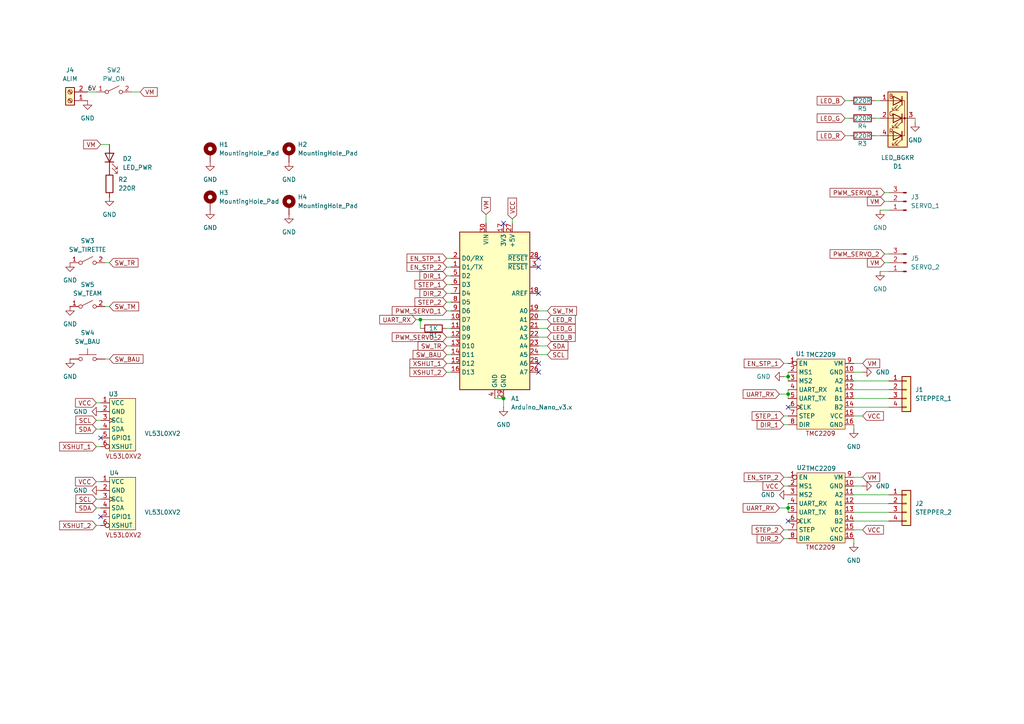
<source format=kicad_sch>
(kicad_sch (version 20250114) (generator "eeschema") (generator_version "9.0")
  (paper "A4")
  (title_block (title "Board PAMI") (date "10/03/2025") (company "Kameleon"))
  (lib_symbols
    (symbol "Connector:Conn_01x03_Pin" (pin_names (offset 1.016) (hide yes))
      (property "Reference" "J" (at 0 5.08 0))
      (property "Value" "Conn_01x03_Pin" (at 0 -5.08 0))
      (symbol "Conn_01x03_Pin_1_1"
        (rectangle (start 0.8636 2.667) (end 0 2.413) (stroke (width 0.1524)) (fill (type outline)))
        (rectangle (start 0.8636 0.127) (end 0 -0.127) (stroke (width 0.1524)) (fill (type outline)))
        (rectangle (start 0.8636 -2.413) (end 0 -2.667) (stroke (width 0.1524)) (fill (type outline)))
        (polyline (pts (xy 1.27 2.54) (xy 0.8636 2.54)) (stroke (width 0.1524)))
        (polyline (pts (xy 1.27 0) (xy 0.8636 0)) (stroke (width 0.1524)))
        (polyline (pts (xy 1.27 -2.54) (xy 0.8636 -2.54)) (stroke (width 0.1524)))
        (pin passive line (at 5.08 2.54 180) (length 3.81) (name "Pin_1") (number "1"))
        (pin passive line (at 5.08 0 180) (length 3.81) (name "Pin_2") (number "2"))
        (pin passive line (at 5.08 -2.54 180) (length 3.81) (name "Pin_3") (number "3"))
      )
    )
    (symbol "Connector:Screw_Terminal_01x02" (pin_names (offset 1.016) (hide yes))
      (property "Reference" "J" (at 0 2.54 0))
      (property "Value" "Screw_Terminal_01x02" (at 0 -5.08 0))
      (symbol "Screw_Terminal_01x02_1_1"
        (rectangle (start -1.27 1.27) (end 1.27 -3.81) (stroke (width 0.254)) (fill (type background)))
        (polyline (pts (xy -0.5334 0.3302) (xy 0.3302 -0.508)) (stroke (width 0.1524)))
        (polyline (pts (xy -0.5334 -2.2098) (xy 0.3302 -3.048)) (stroke (width 0.1524)))
        (polyline (pts (xy -0.3556 0.508) (xy 0.508 -0.3302)) (stroke (width 0.1524)))
        (polyline (pts (xy -0.3556 -2.032) (xy 0.508 -2.8702)) (stroke (width 0.1524)))
        (circle (center 0 0) (radius 0.635) (stroke (width 0.1524)))
        (circle (center 0 -2.54) (radius 0.635) (stroke (width 0.1524)))
        (pin passive line (at -5.08 0 0) (length 3.81) (name "Pin_1") (number "1"))
        (pin passive line (at -5.08 -2.54 0) (length 3.81) (name "Pin_2") (number "2"))
      )
    )
    (symbol "Connector_Generic:Conn_01x04" (pin_names (offset 1.016) (hide yes))
      (property "Reference" "J" (at 0 5.08 0))
      (property "Value" "Conn_01x04" (at 0 -7.62 0))
      (symbol "Conn_01x04_1_1"
        (rectangle (start -1.27 3.81) (end 1.27 -6.35) (stroke (width 0.254)) (fill (type background)))
        (rectangle (start -1.27 2.667) (end 0 2.413) (stroke (width 0.1524)))
        (rectangle (start -1.27 0.127) (end 0 -0.127) (stroke (width 0.1524)))
        (rectangle (start -1.27 -2.413) (end 0 -2.667) (stroke (width 0.1524)))
        (rectangle (start -1.27 -4.953) (end 0 -5.207) (stroke (width 0.1524)))
        (pin passive line (at -5.08 2.54 0) (length 3.81) (name "Pin_1") (number "1"))
        (pin passive line (at -5.08 0 0) (length 3.81) (name "Pin_2") (number "2"))
        (pin passive line (at -5.08 -2.54 0) (length 3.81) (name "Pin_3") (number "3"))
        (pin passive line (at -5.08 -5.08 0) (length 3.81) (name "Pin_4") (number "4"))
      )
    )
    (symbol "Device:LED" (pin_numbers (hide yes)) (pin_names (offset 1.016) (hide yes))
      (property "Reference" "D" (at 0 2.54 0))
      (property "Value" "LED" (at 0 -2.54 0))
      (symbol "LED_0_1"
        (polyline (pts (xy -3.048 -0.762) (xy -4.572 -2.286) (xy -3.81 -2.286) (xy -4.572 -2.286) (xy -4.572 -1.524)))
        (polyline (pts (xy -1.778 -0.762) (xy -3.302 -2.286) (xy -2.54 -2.286) (xy -3.302 -2.286) (xy -3.302 -1.524)))
        (polyline (pts (xy -1.27 0) (xy 1.27 0)))
        (polyline (pts (xy -1.27 -1.27) (xy -1.27 1.27)) (stroke (width 0.254)))
        (polyline (pts (xy 1.27 -1.27) (xy 1.27 1.27) (xy -1.27 0) (xy 1.27 -1.27)) (stroke (width 0.254)))
      )
      (symbol "LED_1_1"
        (pin passive line (at -3.81 0 0) (length 2.54) (name "K") (number "1"))
        (pin passive line (at 3.81 0 180) (length 2.54) (name "A") (number "2"))
      )
    )
    (symbol "Device:LED_BGKR" (pin_names (offset 0) (hide yes))
      (property "Reference" "D" (at 0 9.398 0))
      (property "Value" "LED_BGKR" (at 0 -8.89 0))
      (symbol "LED_BGKR_0_0"
        (text "R" (at 1.905 3.81 0) (effects (font (size 1.27 1.27))))
        (text "G" (at 1.905 -1.27 0) (effects (font (size 1.27 1.27))))
        (text "B" (at 1.905 -6.35 0) (effects (font (size 1.27 1.27))))
      )
      (symbol "LED_BGKR_0_1"
        (circle (center -2.032 0) (radius 0.254) (fill (type outline)))
        (polyline (pts (xy -1.27 6.35) (xy -1.27 3.81)) (stroke (width 0.254)))
        (polyline (pts (xy -1.27 6.35) (xy -1.27 3.81) (xy -1.27 3.81)))
        (polyline (pts (xy -1.27 5.08) (xy 1.27 5.08)))
        (polyline (pts (xy -1.27 5.08) (xy -2.032 5.08) (xy -2.032 -5.08) (xy -1.016 -5.08)))
        (polyline (pts (xy -1.27 1.27) (xy -1.27 -1.27)) (stroke (width 0.254)))
        (polyline (pts (xy -1.27 1.27) (xy -1.27 -1.27) (xy -1.27 -1.27)))
        (polyline (pts (xy -1.27 0) (xy -2.54 0)))
        (polyline (pts (xy -1.27 -3.81) (xy -1.27 -6.35)) (stroke (width 0.254)))
        (polyline (pts (xy -1.27 -5.08) (xy 1.27 -5.08)))
        (polyline (pts (xy -1.016 6.35) (xy 0.508 7.874) (xy -0.254 7.874) (xy 0.508 7.874) (xy 0.508 7.112)))
        (polyline (pts (xy -1.016 1.27) (xy 0.508 2.794) (xy -0.254 2.794) (xy 0.508 2.794) (xy 0.508 2.032)))
        (polyline (pts (xy -1.016 -3.81) (xy 0.508 -2.286) (xy -0.254 -2.286) (xy 0.508 -2.286) (xy 0.508 -3.048)))
        (polyline (pts (xy 0 6.35) (xy 1.524 7.874) (xy 0.762 7.874) (xy 1.524 7.874) (xy 1.524 7.112)))
        (polyline (pts (xy 0 1.27) (xy 1.524 2.794) (xy 0.762 2.794) (xy 1.524 2.794) (xy 1.524 2.032)))
        (polyline (pts (xy 0 -3.81) (xy 1.524 -2.286) (xy 0.762 -2.286) (xy 1.524 -2.286) (xy 1.524 -3.048)))
        (polyline (pts (xy 1.27 6.35) (xy 1.27 3.81) (xy -1.27 5.08) (xy 1.27 6.35)) (stroke (width 0.254)))
        (rectangle (start 1.27 6.35) (end 1.27 6.35))
        (polyline (pts (xy 1.27 5.08) (xy 2.54 5.08)))
        (rectangle (start 1.27 3.81) (end 1.27 6.35))
        (polyline (pts (xy 1.27 1.27) (xy 1.27 -1.27) (xy -1.27 0) (xy 1.27 1.27)) (stroke (width 0.254)))
        (rectangle (start 1.27 1.27) (end 1.27 1.27))
        (polyline (pts (xy 1.27 0) (xy -1.27 0)))
        (polyline (pts (xy 1.27 0) (xy 2.54 0)))
        (rectangle (start 1.27 -1.27) (end 1.27 1.27))
        (polyline (pts (xy 1.27 -3.81) (xy 1.27 -6.35) (xy -1.27 -5.08) (xy 1.27 -3.81)) (stroke (width 0.254)))
        (polyline (pts (xy 1.27 -5.08) (xy 2.54 -5.08)))
        (rectangle (start 2.794 8.382) (end -2.794 -7.62) (stroke (width 0.254)) (fill (type background)))
      )
      (symbol "LED_BGKR_1_1"
        (pin passive line (at -5.08 0 0) (length 2.54) (name "K") (number "3"))
        (pin passive line (at 5.08 5.08 180) (length 2.54) (name "RA") (number "4"))
        (pin passive line (at 5.08 0 180) (length 2.54) (name "GA") (number "2"))
        (pin passive line (at 5.08 -5.08 180) (length 2.54) (name "BA") (number "1"))
      )
    )
    (symbol "Device:R" (pin_numbers (hide yes)) (pin_names (offset 0))
      (property "Reference" "R" (at 2.032 0 90))
      (property "Value" "R" (at 0 0 90))
      (symbol "R_0_1"
        (rectangle (start -1.016 -2.54) (end 1.016 2.54) (stroke (width 0.254)))
      )
      (symbol "R_1_1"
        (pin passive line (at 0 3.81 270) (length 1.27) (name "~") (number "1"))
        (pin passive line (at 0 -3.81 90) (length 1.27) (name "~") (number "2"))
      )
    )
    (symbol "MCU_Module:Arduino_Nano_v3.x"
      (property "Reference" "A" (at -10.16 23.495 0))
      (property "Value" "Arduino_Nano_v3.x" (at 5.08 -24.13 0))
      (symbol "Arduino_Nano_v3.x_0_1"
        (rectangle (start -10.16 22.86) (end 10.16 -22.86) (stroke (width 0.254)) (fill (type background)))
      )
      (symbol "Arduino_Nano_v3.x_1_1"
        (pin bidirectional line (at -12.7 15.24 0) (length 2.54) (name "D0/RX") (number "2"))
        (pin bidirectional line (at -12.7 12.7 0) (length 2.54) (name "D1/TX") (number "1"))
        (pin bidirectional line (at -12.7 10.16 0) (length 2.54) (name "D2") (number "5"))
        (pin bidirectional line (at -12.7 7.62 0) (length 2.54) (name "D3") (number "6"))
        (pin bidirectional line (at -12.7 5.08 0) (length 2.54) (name "D4") (number "7"))
        (pin bidirectional line (at -12.7 2.54 0) (length 2.54) (name "D5") (number "8"))
        (pin bidirectional line (at -12.7 0 0) (length 2.54) (name "D6") (number "9"))
        (pin bidirectional line (at -12.7 -2.54 0) (length 2.54) (name "D7") (number "10"))
        (pin bidirectional line (at -12.7 -5.08 0) (length 2.54) (name "D8") (number "11"))
        (pin bidirectional line (at -12.7 -7.62 0) (length 2.54) (name "D9") (number "12"))
        (pin bidirectional line (at -12.7 -10.16 0) (length 2.54) (name "D10") (number "13"))
        (pin bidirectional line (at -12.7 -12.7 0) (length 2.54) (name "D11") (number "14"))
        (pin bidirectional line (at -12.7 -15.24 0) (length 2.54) (name "D12") (number "15"))
        (pin bidirectional line (at -12.7 -17.78 0) (length 2.54) (name "D13") (number "16"))
        (pin power_in line (at -2.54 25.4 270) (length 2.54) (name "VIN") (number "30"))
        (pin power_in line (at 0 -25.4 90) (length 2.54) (name "GND") (number "4"))
        (pin power_out line (at 2.54 25.4 270) (length 2.54) (name "3V3") (number "17"))
        (pin power_in line (at 2.54 -25.4 90) (length 2.54) (name "GND") (number "29"))
        (pin power_out line (at 5.08 25.4 270) (length 2.54) (name "+5V") (number "27"))
        (pin input line (at 12.7 15.24 180) (length 2.54) (name "~{RESET}") (number "28"))
        (pin input line (at 12.7 12.7 180) (length 2.54) (name "~{RESET}") (number "3"))
        (pin input line (at 12.7 5.08 180) (length 2.54) (name "AREF") (number "18"))
        (pin bidirectional line (at 12.7 0 180) (length 2.54) (name "A0") (number "19"))
        (pin bidirectional line (at 12.7 -2.54 180) (length 2.54) (name "A1") (number "20"))
        (pin bidirectional line (at 12.7 -5.08 180) (length 2.54) (name "A2") (number "21"))
        (pin bidirectional line (at 12.7 -7.62 180) (length 2.54) (name "A3") (number "22"))
        (pin bidirectional line (at 12.7 -10.16 180) (length 2.54) (name "A4") (number "23"))
        (pin bidirectional line (at 12.7 -12.7 180) (length 2.54) (name "A5") (number "24"))
        (pin bidirectional line (at 12.7 -15.24 180) (length 2.54) (name "A6") (number "25"))
        (pin bidirectional line (at 12.7 -17.78 180) (length 2.54) (name "A7") (number "26"))
      )
    )
    (symbol "Mechanical:MountingHole_Pad" (pin_numbers (hide yes)) (pin_names (offset 1.016) (hide yes)) (exclude_from_sim yes) (in_bom no)
      (property "Reference" "H" (at 0 6.35 0))
      (property "Value" "MountingHole_Pad" (at 0 4.445 0))
      (symbol "MountingHole_Pad_0_1"
        (circle (center 0 1.27) (radius 1.27) (stroke (width 1.27)))
      )
      (symbol "MountingHole_Pad_1_1"
        (pin input line (at 0 -2.54 90) (length 2.54) (name "1") (number "1"))
      )
    )
    (symbol "Switch:SW_Push" (pin_numbers (hide yes)) (pin_names (offset 1.016) (hide yes))
      (property "Reference" "SW" (at 1.27 2.54 0))
      (property "Value" "SW_Push" (at 0 -1.524 0))
      (symbol "SW_Push_0_1"
        (circle (center -2.032 0) (radius 0.508))
        (polyline (pts (xy 0 1.27) (xy 0 3.048)))
        (circle (center 2.032 0) (radius 0.508))
        (polyline (pts (xy 2.54 1.27) (xy -2.54 1.27)))
        (pin passive line (at -5.08 0 0) (length 2.54) (name "1") (number "1"))
        (pin passive line (at 5.08 0 180) (length 2.54) (name "2") (number "2"))
      )
    )
    (symbol "Switch:SW_SPST" (pin_names (offset 0) (hide yes))
      (property "Reference" "SW" (at 0 3.175 0))
      (property "Value" "SW_SPST" (at 0 -2.54 0))
      (symbol "SW_SPST_0_0"
        (circle (center -2.032 0) (radius 0.508))
        (polyline (pts (xy -1.524 0.254) (xy 1.524 1.778)))
        (circle (center 2.032 0) (radius 0.508))
      )
      (symbol "SW_SPST_1_1"
        (pin passive line (at -5.08 0 0) (length 2.54) (name "A") (number "1"))
        (pin passive line (at 5.08 0 180) (length 2.54) (name "B") (number "2"))
      )
    )
    (symbol "TMC2209:TMC2209"
      (property "Reference" "U" (at 3.048 2.794 0))
      (symbol "TMC2209_1_1"
        (rectangle (start 2.54 1.27) (end 16.51 -19.05) (fill (type background)))
        (text "TMC2209" (at 9.398 -20.32 0) (effects (font (size 1.27 1.27))))
        (pin input inverted (at 0 0 0) (length 2.54) (name "EN") (number "1"))
        (pin input line (at 0 -2.54 0) (length 2.54) (name "MS1") (number "2"))
        (pin input line (at 0 -5.08 0) (length 2.54) (name "MS2") (number "3"))
        (pin input line (at 0 -7.62 0) (length 2.54) (name "UART_RX") (number "4"))
        (pin input line (at 0 -10.16 0) (length 2.54) (name "UART_TX") (number "5"))
        (pin input clock (at 0 -12.7 0) (length 2.54) (name "CLK") (number "6"))
        (pin input line (at 0 -15.24 0) (length 2.54) (name "STEP") (number "7"))
        (pin input line (at 0 -17.78 0) (length 2.54) (name "DIR") (number "8"))
        (pin power_in line (at 19.05 0 180) (length 2.54) (name "VM") (number "9"))
        (pin input line (at 19.05 -2.54 180) (length 2.54) (name "GND") (number "10"))
        (pin input line (at 19.05 -5.08 180) (length 2.54) (name "A2") (number "11"))
        (pin input line (at 19.05 -7.62 180) (length 2.54) (name "A1") (number "12"))
        (pin input line (at 19.05 -10.16 180) (length 2.54) (name "B1") (number "13"))
        (pin input line (at 19.05 -12.7 180) (length 2.54) (name "B2") (number "14"))
        (pin power_in line (at 19.05 -15.24 180) (length 2.54) (name "VCC") (number "15"))
        (pin input line (at 19.05 -17.78 180) (length 2.54) (name "GND") (number "16"))
      )
    )
    (symbol "VL53L0X_V2:VL53L0XV2"
      (property "Reference" "U" (at 2.794 -0.254 0))
      (symbol "VL53L0XV2_1_1"
        (rectangle (start 2.54 -1.27) (end 10.16 -16.51) (fill (type background)))
        (text "VL53L0XV2" (at 6.604 -18.034 0) (effects (font (size 1.27 1.27))))
        (pin power_in line (at 0 -2.54 0) (length 2.54) (name "VCC") (number "1"))
        (pin input line (at 0 -5.08 0) (length 2.54) (name "GND") (number "2"))
        (pin input clock (at 0 -7.62 0) (length 2.54) (name "SCL") (number "3"))
        (pin input line (at 0 -10.16 0) (length 2.54) (name "SDA") (number "4"))
        (pin input line (at 0 -12.7 0) (length 2.54) (name "GPIO1") (number "5"))
        (pin input inverted (at 0 -15.24 0) (length 2.54) (name "XSHUT") (number "6"))
      )
    )
    (symbol "power:GND" (power) (pin_numbers (hide yes)) (pin_names (offset 0) (hide yes))
      (property "Value" "GND" (at 0 -3.81 0))
      (symbol "GND_0_1"
        (polyline (pts (xy 0 0) (xy 0 -1.27) (xy 1.27 -1.27) (xy 0 -2.54) (xy -1.27 -1.27) (xy 0 -1.27)))
      )
      (symbol "GND_1_1"
        (pin power_in line (at 0 0 270) (length 0) (name "~") (number "1"))
      )
    )
  )
  (junction (at 228.6 109.22))
  (junction (at 228.6 147.32))
  (junction (at 228.6 114.3))
  (junction (at 146.05 115.57))
  (junction (at 121.92 92.71))
  (no_connect (at 156.21 74.93))
  (no_connect (at 156.21 105.41))
  (no_connect (at 228.6 151.13))
  (no_connect (at 156.21 77.47))
  (no_connect (at 156.21 85.09))
  (no_connect (at 156.21 107.95))
  (no_connect (at 29.21 127))
  (no_connect (at 29.21 149.86))
  (no_connect (at 228.6 118.11))
  (no_connect (at 146.05 64.77))
  (wire (pts (xy 27.94 116.84) (xy 29.21 116.84)))
  (wire (pts (xy 228.6 113.03) (xy 228.6 114.3)))
  (wire (pts (xy 27.94 147.32) (xy 29.21 147.32)))
  (wire (pts (xy 226.06 114.3) (xy 228.6 114.3)))
  (wire (pts (xy 227.33 140.97) (xy 228.6 140.97)))
  (wire (pts (xy 27.94 144.78) (xy 29.21 144.78)))
  (wire (pts (xy 30.48 104.14) (xy 31.75 104.14)))
  (wire (pts (xy 247.65 146.05) (xy 257.81 146.05)))
  (wire (pts (xy 227.33 123.19) (xy 228.6 123.19)))
  (wire (pts (xy 228.6 109.22) (xy 228.6 110.49)))
  (wire (pts (xy 247.65 110.49) (xy 257.81 110.49)))
  (wire (pts (xy 129.54 102.87) (xy 130.81 102.87)))
  (wire (pts (xy 227.33 105.41) (xy 228.6 105.41)))
  (wire (pts (xy 246.38 39.37) (xy 245.11 39.37)))
  (wire (pts (xy 156.21 92.71) (xy 158.75 92.71)))
  (wire (pts (xy 156.21 95.25) (xy 158.75 95.25)))
  (wire (pts (xy 246.38 34.29) (xy 245.11 34.29)))
  (wire (pts (xy 247.65 115.57) (xy 257.81 115.57)))
  (wire (pts (xy 146.05 115.57) (xy 146.05 118.11)))
  (wire (pts (xy 227.33 138.43) (xy 228.6 138.43)))
  (wire (pts (xy 228.6 146.05) (xy 228.6 147.32)))
  (wire (pts (xy 27.94 121.92) (xy 29.21 121.92)))
  (wire (pts (xy 129.54 85.09) (xy 130.81 85.09)))
  (wire (pts (xy 247.65 120.65) (xy 250.19 120.65)))
  (wire (pts (xy 29.21 41.91) (xy 31.75 41.91)))
  (wire (pts (xy 256.54 73.66) (xy 257.81 73.66)))
  (wire (pts (xy 129.54 100.33) (xy 130.81 100.33)))
  (wire (pts (xy 228.6 114.3) (xy 228.6 115.57)))
  (wire (pts (xy 247.65 148.59) (xy 257.81 148.59)))
  (wire (pts (xy 129.54 80.01) (xy 130.81 80.01)))
  (wire (pts (xy 265.43 34.29) (xy 265.43 35.56)))
  (wire (pts (xy 129.54 74.93) (xy 130.81 74.93)))
  (wire (pts (xy 228.6 147.32) (xy 228.6 148.59)))
  (wire (pts (xy 227.33 156.21) (xy 228.6 156.21)))
  (wire (pts (xy 156.21 97.79) (xy 158.75 97.79)))
  (wire (pts (xy 27.94 124.46) (xy 29.21 124.46)))
  (wire (pts (xy 227.33 153.67) (xy 228.6 153.67)))
  (wire (pts (xy 255.27 39.37) (xy 254 39.37)))
  (wire (pts (xy 226.06 147.32) (xy 228.6 147.32)))
  (wire (pts (xy 148.59 63.5) (xy 148.59 64.77)))
  (wire (pts (xy 228.6 107.95) (xy 228.6 109.22)))
  (wire (pts (xy 246.38 29.21) (xy 245.11 29.21)))
  (wire (pts (xy 256.54 76.2) (xy 257.81 76.2)))
  (wire (pts (xy 30.48 76.2) (xy 31.75 76.2)))
  (wire (pts (xy 255.27 34.29) (xy 254 34.29)))
  (wire (pts (xy 247.65 118.11) (xy 257.81 118.11)))
  (wire (pts (xy 255.27 78.74) (xy 257.81 78.74)))
  (wire (pts (xy 256.54 58.42) (xy 257.81 58.42)))
  (wire (pts (xy 121.92 92.71) (xy 121.92 95.25)))
  (wire (pts (xy 30.48 88.9) (xy 31.75 88.9)))
  (wire (pts (xy 156.21 102.87) (xy 158.75 102.87)))
  (wire (pts (xy 247.65 143.51) (xy 257.81 143.51)))
  (wire (pts (xy 129.54 90.17) (xy 130.81 90.17)))
  (wire (pts (xy 247.65 153.67) (xy 250.19 153.67)))
  (wire (pts (xy 129.54 95.25) (xy 130.81 95.25)))
  (wire (pts (xy 27.94 129.54) (xy 29.21 129.54)))
  (wire (pts (xy 129.54 77.47) (xy 130.81 77.47)))
  (wire (pts (xy 247.65 105.41) (xy 250.19 105.41)))
  (wire (pts (xy 156.21 90.17) (xy 158.75 90.17)))
  (wire (pts (xy 255.27 29.21) (xy 254 29.21)))
  (wire (pts (xy 247.65 156.21) (xy 247.65 157.48)))
  (wire (pts (xy 129.54 97.79) (xy 130.81 97.79)))
  (wire (pts (xy 247.65 107.95) (xy 250.19 107.95)))
  (wire (pts (xy 247.65 151.13) (xy 257.81 151.13)))
  (wire (pts (xy 129.54 82.55) (xy 130.81 82.55)))
  (wire (pts (xy 227.33 109.22) (xy 228.6 109.22)))
  (wire (pts (xy 247.65 123.19) (xy 247.65 124.46)))
  (wire (pts (xy 247.65 138.43) (xy 250.19 138.43)))
  (wire (pts (xy 227.33 120.65) (xy 228.6 120.65)))
  (wire (pts (xy 156.21 100.33) (xy 158.75 100.33)))
  (wire (pts (xy 27.94 152.4) (xy 29.21 152.4)))
  (wire (pts (xy 129.54 87.63) (xy 130.81 87.63)))
  (wire (pts (xy 25.4 26.67) (xy 27.94 26.67)))
  (wire (pts (xy 140.97 62.23) (xy 140.97 64.77)))
  (wire (pts (xy 120.65 92.71) (xy 121.92 92.71)))
  (wire (pts (xy 121.92 92.71) (xy 130.81 92.71)))
  (wire (pts (xy 256.54 55.88) (xy 257.81 55.88)))
  (wire (pts (xy 27.94 139.7) (xy 29.21 139.7)))
  (wire (pts (xy 255.27 60.96) (xy 257.81 60.96)))
  (wire (pts (xy 129.54 107.95) (xy 130.81 107.95)))
  (wire (pts (xy 247.65 113.03) (xy 257.81 113.03)))
  (wire (pts (xy 247.65 140.97) (xy 250.19 140.97)))
  (wire (pts (xy 143.51 115.57) (xy 146.05 115.57)))
  (wire (pts (xy 38.1 26.67) (xy 40.64 26.67)))
  (wire (pts (xy 129.54 105.41) (xy 130.81 105.41)))
  (label "6V" (at 25.4 26.67 0))
  (global_label "XSHUT_2" (shape input) (at 27.94 152.4 180) (property "Intersheetrefs" "${INTERSHEET_REFS}" (effects (hide yes))))
  (global_label "SDA" (shape input) (at 158.75 100.33 0) (property "Intersheetrefs" "${INTERSHEET_REFS}" (effects (hide yes))))
  (global_label "VCC" (shape input) (at 250.19 153.67 0) (property "Intersheetrefs" "${INTERSHEET_REFS}" (effects (hide yes))))
  (global_label "SW_BAU" (shape input) (at 31.75 104.14 0) (property "Intersheetrefs" "${INTERSHEET_REFS}" (effects (hide yes))))
  (global_label "PWM_SERVO_2" (shape input) (at 256.54 73.66 180) (property "Intersheetrefs" "${INTERSHEET_REFS}" (effects (hide yes))))
  (global_label "XSHUT_2" (shape input) (at 129.54 107.95 180) (property "Intersheetrefs" "${INTERSHEET_REFS}" (effects (hide yes))))
  (global_label "UART_RX" (shape input) (at 120.65 92.71 180) (property "Intersheetrefs" "${INTERSHEET_REFS}" (effects (hide yes))))
  (global_label "STEP_2" (shape input) (at 227.33 153.67 180) (property "Intersheetrefs" "${INTERSHEET_REFS}" (effects (hide yes))))
  (global_label "EN_STP_2" (shape input) (at 227.33 138.43 180) (property "Intersheetrefs" "${INTERSHEET_REFS}" (effects (hide yes))))
  (global_label "EN_STP_1" (shape input) (at 129.54 74.93 180) (property "Intersheetrefs" "${INTERSHEET_REFS}" (effects (hide yes))))
  (global_label "UART_RX" (shape input) (at 226.06 114.3 180) (property "Intersheetrefs" "${INTERSHEET_REFS}" (effects (hide yes))))
  (global_label "SDA" (shape input) (at 27.94 147.32 180) (property "Intersheetrefs" "${INTERSHEET_REFS}" (effects (hide yes))))
  (global_label "VCC" (shape input) (at 27.94 139.7 180) (property "Intersheetrefs" "${INTERSHEET_REFS}" (effects (hide yes))))
  (global_label "VCC" (shape input) (at 148.59 63.5 90) (property "Intersheetrefs" "${INTERSHEET_REFS}" (effects (hide yes))))
  (global_label "SW_TR" (shape input) (at 129.54 100.33 180) (property "Intersheetrefs" "${INTERSHEET_REFS}" (effects (hide yes))))
  (global_label "VCC" (shape input) (at 27.94 116.84 180) (property "Intersheetrefs" "${INTERSHEET_REFS}" (effects (hide yes))))
  (global_label "VCC" (shape input) (at 227.33 140.97 180) (property "Intersheetrefs" "${INTERSHEET_REFS}" (effects (hide yes))))
  (global_label "VM" (shape input) (at 29.21 41.91 180) (property "Intersheetrefs" "${INTERSHEET_REFS}" (effects (hide yes))))
  (global_label "STEP_2" (shape input) (at 129.54 87.63 180) (property "Intersheetrefs" "${INTERSHEET_REFS}" (effects (hide yes))))
  (global_label "LED_B" (shape input) (at 158.75 97.79 0) (property "Intersheetrefs" "${INTERSHEET_REFS}" (effects (hide yes))))
  (global_label "DIR_1" (shape input) (at 129.54 80.01 180) (property "Intersheetrefs" "${INTERSHEET_REFS}" (effects (hide yes))))
  (global_label "PWM_SERVO_2" (shape input) (at 129.54 97.79 180) (property "Intersheetrefs" "${INTERSHEET_REFS}" (effects (hide yes))))
  (global_label "VM" (shape input) (at 250.19 138.43 0) (property "Intersheetrefs" "${INTERSHEET_REFS}" (effects (hide yes))))
  (global_label "SDA" (shape input) (at 27.94 124.46 180) (property "Intersheetrefs" "${INTERSHEET_REFS}" (effects (hide yes))))
  (global_label "DIR_2" (shape input) (at 129.54 85.09 180) (property "Intersheetrefs" "${INTERSHEET_REFS}" (effects (hide yes))))
  (global_label "LED_B" (shape input) (at 245.11 29.21 180) (property "Intersheetrefs" "${INTERSHEET_REFS}" (effects (hide yes))))
  (global_label "VCC" (shape input) (at 250.19 120.65 0) (property "Intersheetrefs" "${INTERSHEET_REFS}" (effects (hide yes))))
  (global_label "EN_STP_2" (shape input) (at 129.54 77.47 180) (property "Intersheetrefs" "${INTERSHEET_REFS}" (effects (hide yes))))
  (global_label "SW_TM" (shape input) (at 31.75 88.9 0) (property "Intersheetrefs" "${INTERSHEET_REFS}" (effects (hide yes))))
  (global_label "UART_RX" (shape input) (at 226.06 147.32 180) (property "Intersheetrefs" "${INTERSHEET_REFS}" (effects (hide yes))))
  (global_label "LED_G" (shape input) (at 158.75 95.25 0) (property "Intersheetrefs" "${INTERSHEET_REFS}" (effects (hide yes))))
  (global_label "EN_STP_1" (shape input) (at 227.33 105.41 180) (property "Intersheetrefs" "${INTERSHEET_REFS}" (effects (hide yes))))
  (global_label "LED_R" (shape input) (at 158.75 92.71 0) (property "Intersheetrefs" "${INTERSHEET_REFS}" (effects (hide yes))))
  (global_label "XSHUT_1" (shape input) (at 129.54 105.41 180) (property "Intersheetrefs" "${INTERSHEET_REFS}" (effects (hide yes))))
  (global_label "DIR_2" (shape input) (at 227.33 156.21 180) (property "Intersheetrefs" "${INTERSHEET_REFS}" (effects (hide yes))))
  (global_label "VM" (shape input) (at 256.54 76.2 180) (property "Intersheetrefs" "${INTERSHEET_REFS}" (effects (hide yes))))
  (global_label "VM" (shape input) (at 140.97 62.23 90) (property "Intersheetrefs" "${INTERSHEET_REFS}" (effects (hide yes))))
  (global_label "SCL" (shape input) (at 27.94 121.92 180) (property "Intersheetrefs" "${INTERSHEET_REFS}" (effects (hide yes))))
  (global_label "VM" (shape input) (at 40.64 26.67 0) (property "Intersheetrefs" "${INTERSHEET_REFS}" (effects (hide yes))))
  (global_label "XSHUT_1" (shape input) (at 27.94 129.54 180) (property "Intersheetrefs" "${INTERSHEET_REFS}" (effects (hide yes))))
  (global_label "VM" (shape input) (at 256.54 58.42 180) (property "Intersheetrefs" "${INTERSHEET_REFS}" (effects (hide yes))))
  (global_label "VM" (shape input) (at 250.19 105.41 0) (property "Intersheetrefs" "${INTERSHEET_REFS}" (effects (hide yes))))
  (global_label "LED_R" (shape input) (at 245.11 39.37 180) (property "Intersheetrefs" "${INTERSHEET_REFS}" (effects (hide yes))))
  (global_label "LED_G" (shape input) (at 245.11 34.29 180) (property "Intersheetrefs" "${INTERSHEET_REFS}" (effects (hide yes))))
  (global_label "SCL" (shape input) (at 27.94 144.78 180) (property "Intersheetrefs" "${INTERSHEET_REFS}" (effects (hide yes))))
  (global_label "SW_TM" (shape input) (at 158.75 90.17 0) (property "Intersheetrefs" "${INTERSHEET_REFS}" (effects (hide yes))))
  (global_label "STEP_1" (shape input) (at 129.54 82.55 180) (property "Intersheetrefs" "${INTERSHEET_REFS}" (effects (hide yes))))
  (global_label "PWM_SERVO_1" (shape input) (at 129.54 90.17 180) (property "Intersheetrefs" "${INTERSHEET_REFS}" (effects (hide yes))))
  (global_label "STEP_1" (shape input) (at 227.33 120.65 180) (property "Intersheetrefs" "${INTERSHEET_REFS}" (effects (hide yes))))
  (global_label "SW_TR" (shape input) (at 31.75 76.2 0) (property "Intersheetrefs" "${INTERSHEET_REFS}" (effects (hide yes))))
  (global_label "SW_BAU" (shape input) (at 129.54 102.87 180) (property "Intersheetrefs" "${INTERSHEET_REFS}" (effects (hide yes))))
  (global_label "DIR_1" (shape input) (at 227.33 123.19 180) (property "Intersheetrefs" "${INTERSHEET_REFS}" (effects (hide yes))))
  (global_label "PWM_SERVO_1" (shape input) (at 256.54 55.88 180) (property "Intersheetrefs" "${INTERSHEET_REFS}" (effects (hide yes))))
  (global_label "SCL" (shape input) (at 158.75 102.87 0) (property "Intersheetrefs" "${INTERSHEET_REFS}" (effects (hide yes))))
  (symbol (lib_id "power:GND") (at 60.96 46.99 0) (unit 1)
    (property "Reference" "#PWR018" (effects (hide yes)))
    (property "Value" "GND" (at 60.96 52.07 0))
    (property "Description" "Power symbol creates a global label with name \"GND\" , ground" (effects (hide yes)))
  )
  (symbol (lib_id "VL53L0X_V2:VL53L0XV2") (at 29.21 137.16 0) (unit 1)
    (property "Reference" "U4" (at 31.75 137.16 0) (effects (justify left)))
    (property "Value" "VL53L0XV2" (at 41.91 148.5928 0) (effects (justify left)))
    (property "Footprint" "Connector_JST:JST_XH_B6B-XH-A_1x06_P2.50mm_Vertical" (effects (hide yes)))
  )
  (symbol (lib_id "Device:LED") (at 31.75 45.72 90) (unit 1)
    (property "Reference" "D2" (at 35.56 46.0374 90) (effects (justify right)))
    (property "Value" "LED_PWR" (at 35.56 48.5774 90) (effects (justify right)))
    (property "Footprint" "LED_THT:LED_D3.0mm" (effects (hide yes)))
    (property "Description" "Light emitting diode" (effects (hide yes)))
    (property "Sim.Pins" "1=K 2=A" (effects (hide yes)))
  )
  (symbol (lib_id "power:GND") (at 20.32 76.2 0) (unit 1)
    (property "Reference" "#PWR011" (effects (hide yes)))
    (property "Value" "GND" (at 20.32 81.28 0))
    (property "Description" "Power symbol creates a global label with name \"GND\" , ground" (effects (hide yes)))
  )
  (symbol (lib_id "power:GND") (at 250.19 140.97 90) (unit 1)
    (property "Reference" "#PWR06" (effects (hide yes)))
    (property "Value" "GND" (at 254 140.9699 90) (effects (justify right)))
    (property "Description" "Power symbol creates a global label with name \"GND\" , ground" (effects (hide yes)))
  )
  (symbol (lib_id "power:GND") (at 29.21 119.38 270) (unit 1)
    (property "Reference" "#PWR016" (effects (hide yes)))
    (property "Value" "GND" (at 25.4 119.3799 90) (effects (justify right)))
    (property "Description" "Power symbol creates a global label with name \"GND\" , ground" (effects (hide yes)))
  )
  (symbol (lib_id "Switch:SW_SPST") (at 25.4 88.9 0) (unit 1)
    (property "Reference" "SW5" (at 25.4 82.55 0))
    (property "Value" "SW_TEAM" (at 25.4 85.09 0))
    (property "Footprint" "Connector_PinSocket_2.54mm:PinSocket_1x02_P2.54mm_Vertical" (effects (hide yes)))
    (property "Description" "Single Pole Single Throw (SPST) switch" (effects (hide yes)))
  )
  (symbol (lib_id "Device:R") (at 250.19 39.37 270) (unit 1)
    (property "Reference" "R3" (at 251.46 41.656 90) (effects (justify right)))
    (property "Value" "220R" (at 252.73 39.37 90) (effects (justify right)))
    (property "Footprint" "Resistor_THT:R_Axial_DIN0207_L6.3mm_D2.5mm_P10.16mm_Horizontal" (effects (hide yes)))
    (property "Description" "Resistor" (effects (hide yes)))
  )
  (symbol (lib_id "TMC2209:TMC2209") (at 228.6 105.41 0) (unit 1)
    (property "Reference" "U1" (at 232.156 102.616 0))
    (property "Value" "TMC2209" (at 238.125 102.87 0))
    (property "Footprint" "TMC2209:TMC2209" (effects (hide yes)))
  )
  (symbol (lib_id "Switch:SW_SPST") (at 33.02 26.67 0) (unit 1)
    (property "Reference" "SW2" (at 33.02 20.32 0))
    (property "Value" "PW_ON" (at 33.02 22.86 0))
    (property "Footprint" "Connector_PinSocket_2.54mm:PinSocket_1x02_P2.54mm_Vertical" (effects (hide yes)))
    (property "Description" "Single Pole Single Throw (SPST) switch" (effects (hide yes)))
  )
  (symbol (lib_id "Device:LED_BGKR") (at 260.35 34.29 180) (unit 1)
    (property "Reference" "D1" (at 260.35 48.26 0))
    (property "Value" "LED_BGKR" (at 260.35 45.72 0))
    (property "Footprint" "LED_RGB_5mm:LED_D5.0mm-4_RGB_HOME" (effects (hide yes)))
    (property "Description" "RGB LED, blue/green/cathode/red" (effects (hide yes)))
  )
  (symbol (lib_id "VL53L0X_V2:VL53L0XV2") (at 29.21 114.3 0) (unit 1)
    (property "Reference" "U3" (at 31.496 114.3 0) (effects (justify left)))
    (property "Value" "VL53L0XV2" (at 41.91 125.7328 0) (effects (justify left)))
    (property "Footprint" "Connector_JST:JST_XH_B6B-XH-A_1x06_P2.50mm_Vertical" (effects (hide yes)))
  )
  (symbol (lib_id "power:GND") (at 250.19 107.95 90) (unit 1)
    (property "Reference" "#PWR05" (effects (hide yes)))
    (property "Value" "GND" (at 254 107.9499 90) (effects (justify right)))
    (property "Description" "Power symbol creates a global label with name \"GND\" , ground" (effects (hide yes)))
  )
  (symbol (lib_id "power:GND") (at 265.43 35.56 0) (unit 1)
    (property "Reference" "#PWR015" (effects (hide yes)))
    (property "Value" "GND" (at 265.43 40.64 0))
    (property "Description" "Power symbol creates a global label with name \"GND\" , ground" (effects (hide yes)))
  )
  (symbol (lib_id "Connector_Generic:Conn_01x04") (at 262.89 113.03 0) (unit 1)
    (property "Reference" "J1" (at 265.43 113.0299 0) (effects (justify left)))
    (property "Value" "STEPPER_1" (at 265.43 115.5699 0) (effects (justify left)))
    (property "Footprint" "Connector_JST:JST_XH_B4B-XH-A_1x04_P2.50mm_Vertical" (effects (hide yes)))
    (property "Description" "Generic connector, single row, 01x04, script generated (kicad-library-utils/schlib/autogen/connector/)" (effects (hide yes)))
  )
  (symbol (lib_id "power:GND") (at 255.27 78.74 0) (unit 1)
    (property "Reference" "#PWR014" (effects (hide yes)))
    (property "Value" "GND" (at 255.27 83.82 0))
    (property "Description" "Power symbol creates a global label with name \"GND\" , ground" (effects (hide yes)))
  )
  (symbol (lib_id "Mechanical:MountingHole_Pad") (at 60.96 58.42 0) (unit 1) (exclude_from_sim yes) (in_bom no)
    (property "Reference" "H3" (at 63.5 55.8799 0) (effects (justify left)))
    (property "Value" "MountingHole_Pad" (at 63.5 58.4199 0) (effects (justify left)))
    (property "Footprint" "hole_custompretty:MountingHole_3.2mm_M3_DIN965_Pad_home" (effects (hide yes)))
    (property "Description" "Mounting Hole with connection" (effects (hide yes)))
  )
  (symbol (lib_id "Connector:Conn_01x03_Pin") (at 262.89 76.2 180) (unit 1)
    (property "Reference" "J5" (at 264.16 74.9299 0) (effects (justify right)))
    (property "Value" "SERVO_2" (at 264.16 77.4699 0) (effects (justify right)))
    (property "Footprint" "Connector_PinHeader_2.54mm:PinHeader_1x03_P2.54mm_Vertical" (effects (hide yes)))
    (property "Description" "Generic connector, single row, 01x03, script generated" (effects (hide yes)))
  )
  (symbol (lib_id "Connector:Screw_Terminal_01x02") (at 20.32 29.21 180) (unit 1)
    (property "Reference" "J4" (at 20.32 20.32 0))
    (property "Value" "ALIM" (at 20.32 22.86 0))
    (property "Footprint" "TerminalBlock:TerminalBlock_bornier-2_P5.08mm" (effects (hide yes)))
    (property "Description" "Generic screw terminal, single row, 01x02, script generated (kicad-library-utils/schlib/autogen/connector/)" (effects (hide yes)))
  )
  (symbol (lib_id "power:GND") (at 247.65 157.48 0) (unit 1)
    (property "Reference" "#PWR04" (effects (hide yes)))
    (property "Value" "GND" (at 247.65 162.56 0))
    (property "Description" "Power symbol creates a global label with name \"GND\" , ground" (effects (hide yes)))
  )
  (symbol (lib_id "Connector:Conn_01x03_Pin") (at 262.89 58.42 180) (unit 1)
    (property "Reference" "J3" (at 264.16 57.1499 0) (effects (justify right)))
    (property "Value" "SERVO_1" (at 264.16 59.6899 0) (effects (justify right)))
    (property "Footprint" "Connector_PinHeader_2.54mm:PinHeader_1x03_P2.54mm_Vertical" (effects (hide yes)))
    (property "Description" "Generic connector, single row, 01x03, script generated" (effects (hide yes)))
  )
  (symbol (lib_id "power:GND") (at 20.32 88.9 0) (unit 1)
    (property "Reference" "#PWR012" (effects (hide yes)))
    (property "Value" "GND" (at 20.32 93.98 0))
    (property "Description" "Power symbol creates a global label with name \"GND\" , ground" (effects (hide yes)))
  )
  (symbol (lib_id "power:GND") (at 83.82 46.99 0) (unit 1)
    (property "Reference" "#PWR019" (effects (hide yes)))
    (property "Value" "GND" (at 83.82 52.07 0))
    (property "Description" "Power symbol creates a global label with name \"GND\" , ground" (effects (hide yes)))
  )
  (symbol (lib_id "Device:R") (at 31.75 53.34 180) (unit 1)
    (property "Reference" "R2" (at 34.29 52.0699 0) (effects (justify right)))
    (property "Value" "220R" (at 34.29 54.6099 0) (effects (justify right)))
    (property "Footprint" "Resistor_THT:R_Axial_DIN0207_L6.3mm_D2.5mm_P10.16mm_Horizontal" (effects (hide yes)))
    (property "Description" "Resistor" (effects (hide yes)))
  )
  (symbol (lib_id "Device:R") (at 125.73 95.25 90) (unit 1)
    (property "Reference" "R1" (at 125.73 97.282 90))
    (property "Value" "1K" (at 125.73 95.25 90))
    (property "Footprint" "Resistor_THT:R_Axial_DIN0207_L6.3mm_D2.5mm_P10.16mm_Horizontal" (effects (hide yes)))
    (property "Description" "Resistor" (effects (hide yes)))
  )
  (symbol (lib_id "Switch:SW_SPST") (at 25.4 76.2 0) (unit 1)
    (property "Reference" "SW3" (at 25.4 69.85 0))
    (property "Value" "SW_TIRETTE" (at 25.4 72.39 0))
    (property "Footprint" "Connector_PinSocket_2.54mm:PinSocket_1x02_P2.54mm_Vertical" (effects (hide yes)))
    (property "Description" "Single Pole Single Throw (SPST) switch" (effects (hide yes)))
  )
  (symbol (lib_id "power:GND") (at 146.05 118.11 0) (unit 1)
    (property "Reference" "#PWR02" (effects (hide yes)))
    (property "Value" "GND" (at 146.05 123.19 0))
    (property "Description" "Power symbol creates a global label with name \"GND\" , ground" (effects (hide yes)))
  )
  (symbol (lib_id "power:GND") (at 20.32 104.14 0) (unit 1)
    (property "Reference" "#PWR010" (effects (hide yes)))
    (property "Value" "GND" (at 20.32 109.22 0))
    (property "Description" "Power symbol creates a global label with name \"GND\" , ground" (effects (hide yes)))
  )
  (symbol (lib_id "power:GND") (at 247.65 124.46 0) (unit 1)
    (property "Reference" "#PWR03" (effects (hide yes)))
    (property "Value" "GND" (at 247.65 129.54 0))
    (property "Description" "Power symbol creates a global label with name \"GND\" , ground" (effects (hide yes)))
  )
  (symbol (lib_id "Connector_Generic:Conn_01x04") (at 262.89 146.05 0) (unit 1)
    (property "Reference" "J2" (at 265.43 146.0499 0) (effects (justify left)))
    (property "Value" "STEPPER_2" (at 265.43 148.5899 0) (effects (justify left)))
    (property "Footprint" "Connector_JST:JST_XH_B4B-XH-A_1x04_P2.50mm_Vertical" (effects (hide yes)))
    (property "Description" "Generic connector, single row, 01x04, script generated (kicad-library-utils/schlib/autogen/connector/)" (effects (hide yes)))
  )
  (symbol (lib_id "Mechanical:MountingHole_Pad") (at 60.96 44.45 0) (unit 1) (exclude_from_sim yes) (in_bom no)
    (property "Reference" "H1" (at 63.5 41.9099 0) (effects (justify left)))
    (property "Value" "MountingHole_Pad" (at 63.5 44.4499 0) (effects (justify left)))
    (property "Footprint" "hole_custompretty:MountingHole_3.2mm_M3_DIN965_Pad_home" (effects (hide yes)))
    (property "Description" "Mounting Hole with connection" (effects (hide yes)))
  )
  (symbol (lib_id "power:GND") (at 228.6 143.51 270) (unit 1)
    (property "Reference" "#PWR08" (effects (hide yes)))
    (property "Value" "GND" (at 224.79 143.5099 90) (effects (justify right)))
    (property "Description" "Power symbol creates a global label with name \"GND\" , ground" (effects (hide yes)))
  )
  (symbol (lib_id "power:GND") (at 83.82 62.23 0) (unit 1)
    (property "Reference" "#PWR021" (effects (hide yes)))
    (property "Value" "GND" (at 83.82 67.31 0))
    (property "Description" "Power symbol creates a global label with name \"GND\" , ground" (effects (hide yes)))
  )
  (symbol (lib_id "power:GND") (at 60.96 60.96 0) (unit 1)
    (property "Reference" "#PWR020" (effects (hide yes)))
    (property "Value" "GND" (at 60.96 66.04 0))
    (property "Description" "Power symbol creates a global label with name \"GND\" , ground" (effects (hide yes)))
  )
  (symbol (lib_id "Mechanical:MountingHole_Pad") (at 83.82 59.69 0) (unit 1) (exclude_from_sim yes) (in_bom no)
    (property "Reference" "H4" (at 86.36 57.1499 0) (effects (justify left)))
    (property "Value" "MountingHole_Pad" (at 86.36 59.6899 0) (effects (justify left)))
    (property "Footprint" "hole_custompretty:MountingHole_3.2mm_M3_DIN965_Pad_home" (effects (hide yes)))
    (property "Description" "Mounting Hole with connection" (effects (hide yes)))
  )
  (symbol (lib_id "TMC2209:TMC2209") (at 228.6 138.43 0) (unit 1)
    (property "Reference" "U2" (at 232.41 135.636 0))
    (property "Value" "TMC2209" (at 238.125 135.89 0))
    (property "Footprint" "TMC2209:TMC2209" (effects (hide yes)))
  )
  (symbol (lib_id "power:GND") (at 29.21 142.24 270) (unit 1)
    (property "Reference" "#PWR017" (effects (hide yes)))
    (property "Value" "GND" (at 25.4 142.2399 90) (effects (justify right)))
    (property "Description" "Power symbol creates a global label with name \"GND\" , ground" (effects (hide yes)))
  )
  (symbol (lib_id "power:GND") (at 255.27 60.96 0) (unit 1)
    (property "Reference" "#PWR013" (effects (hide yes)))
    (property "Value" "GND" (at 255.27 66.04 0))
    (property "Description" "Power symbol creates a global label with name \"GND\" , ground" (effects (hide yes)))
  )
  (symbol (lib_id "Device:R") (at 250.19 34.29 270) (unit 1)
    (property "Reference" "R4" (at 251.46 36.576 90) (effects (justify right)))
    (property "Value" "220R" (at 252.73 34.29 90) (effects (justify right)))
    (property "Footprint" "Resistor_THT:R_Axial_DIN0207_L6.3mm_D2.5mm_P10.16mm_Horizontal" (effects (hide yes)))
    (property "Description" "Resistor" (effects (hide yes)))
  )
  (symbol (lib_id "Device:R") (at 250.19 29.21 270) (unit 1)
    (property "Reference" "R5" (at 251.46 31.496 90) (effects (justify right)))
    (property "Value" "220R" (at 252.73 29.21 90) (effects (justify right)))
    (property "Footprint" "Resistor_THT:R_Axial_DIN0207_L6.3mm_D2.5mm_P10.16mm_Horizontal" (effects (hide yes)))
    (property "Description" "Resistor" (effects (hide yes)))
  )
  (symbol (lib_id "power:GND") (at 31.75 57.15 0) (unit 1)
    (property "Reference" "#PWR09" (effects (hide yes)))
    (property "Value" "GND" (at 31.75 62.23 0))
    (property "Description" "Power symbol creates a global label with name \"GND\" , ground" (effects (hide yes)))
  )
  (symbol (lib_id "Switch:SW_Push") (at 25.4 104.14 0) (unit 1)
    (property "Reference" "SW4" (at 25.4 96.52 0))
    (property "Value" "SW_BAU" (at 25.4 99.06 0))
    (property "Footprint" "Connector_PinSocket_2.54mm:PinSocket_1x02_P2.54mm_Vertical" (effects (hide yes)))
    (property "Description" "Push button switch, generic, two pins" (effects (hide yes)))
  )
  (symbol (lib_id "Mechanical:MountingHole_Pad") (at 83.82 44.45 0) (unit 1) (exclude_from_sim yes) (in_bom no)
    (property "Reference" "H2" (at 86.36 41.9099 0) (effects (justify left)))
    (property "Value" "MountingHole_Pad" (at 86.36 44.4499 0) (effects (justify left)))
    (property "Footprint" "hole_custompretty:MountingHole_3.2mm_M3_DIN965_Pad_home" (effects (hide yes)))
    (property "Description" "Mounting Hole with connection" (effects (hide yes)))
  )
  (symbol (lib_id "power:GND") (at 25.4 29.21 0) (unit 1)
    (property "Reference" "#PWR01" (effects (hide yes)))
    (property "Value" "GND" (at 25.4 34.29 0))
    (property "Description" "Power symbol creates a global label with name \"GND\" , ground" (effects (hide yes)))
  )
  (symbol (lib_id "MCU_Module:Arduino_Nano_v3.x") (at 143.51 90.17 0) (unit 1)
    (property "Reference" "A1" (at 148.1933 115.57 0) (effects (justify left)))
    (property "Value" "Arduino_Nano_v3.x" (at 148.1933 118.11 0) (effects (justify left)))
    (property "Footprint" "Module:Arduino_Nano" (effects (hide yes)))
    (property "Datasheet" "http://www.mouser.com/pdfdocs/Gravitech_Arduino_Nano3_0.pdf" (effects (hide yes)))
    (property "Description" "Arduino Nano v3.x" (effects (hide yes)))
  )
  (symbol (lib_id "power:GND") (at 227.33 109.22 270) (unit 1)
    (property "Reference" "#PWR07" (effects (hide yes)))
    (property "Value" "GND" (at 223.52 109.2199 90) (effects (justify right)))
    (property "Description" "Power symbol creates a global label with name \"GND\" , ground" (effects (hide yes)))
  )
)
</source>
